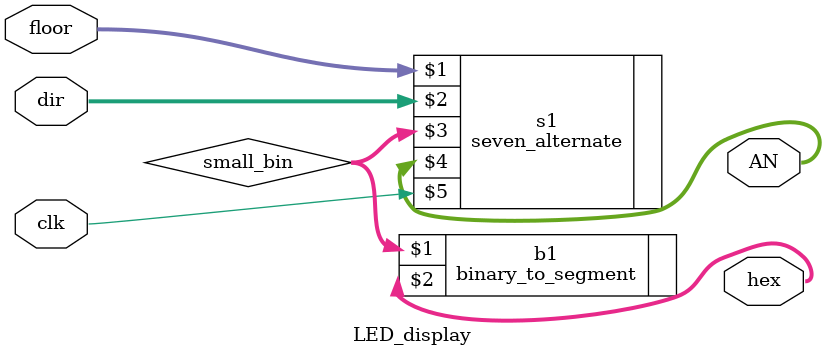
<source format=v>
`timescale 1ns / 1ps
module LED_display(floor,dir, hex, AN, clk);
	input[1:0] dir; //take in 2b binary. 01=up, 10=down, 11=hold
	input[1:0] floor;
	output[6:0] hex; //7 seg display
	output[3:0] AN; //which 7seg to use
	input clk;
	wire [3:0] small_bin;
	//wire clock_out;
	
	//clkdiv c1 (.clk_100MHz(clk), .clk_1kHz(clock_out));
	seven_alternate s1 (floor, dir, small_bin, AN, clk);
	binary_to_segment b1 (small_bin, hex);
	
endmodule
</source>
